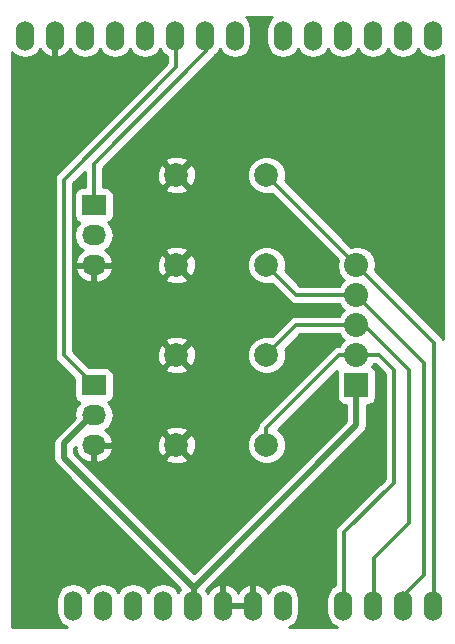
<source format=gtl>
%TF.GenerationSoftware,KiCad,Pcbnew,4.0.5-e0-6337~49~ubuntu16.04.1*%
%TF.CreationDate,2017-05-08T14:00:32-07:00*%
%TF.ProjectId,Arduino-Shield,41726475696E6F2D536869656C642E6B,1.0*%
%TF.FileFunction,Copper,L1,Top,Signal*%
%FSLAX46Y46*%
G04 Gerber Fmt 4.6, Leading zero omitted, Abs format (unit mm)*
G04 Created by KiCad (PCBNEW 4.0.5-e0-6337~49~ubuntu16.04.1) date Mon May  8 14:00:32 2017*
%MOMM*%
%LPD*%
G01*
G04 APERTURE LIST*
%ADD10C,0.350000*%
%ADD11C,1.998980*%
%ADD12R,2.032000X1.727200*%
%ADD13O,2.032000X1.727200*%
%ADD14R,2.032000X2.032000*%
%ADD15O,2.032000X2.032000*%
%ADD16O,1.524000X2.540000*%
%ADD17C,0.508000*%
%ADD18C,0.330200*%
%ADD19C,0.254000*%
%ADD20C,0.350000*%
G04 APERTURE END LIST*
D10*
D11*
X44831000Y-69723000D03*
X37211000Y-69723000D03*
X44831000Y-77343000D03*
X37211000Y-77343000D03*
X44831000Y-62103000D03*
X37211000Y-62103000D03*
X44831000Y-84963000D03*
X37211000Y-84963000D03*
D12*
X30226000Y-79883000D03*
D13*
X30226000Y-82423000D03*
X30226000Y-84963000D03*
D12*
X30226000Y-64643000D03*
D13*
X30226000Y-67183000D03*
X30226000Y-69723000D03*
D14*
X52451000Y-79883000D03*
D15*
X52451000Y-77343000D03*
X52451000Y-74803000D03*
X52451000Y-72263000D03*
X52451000Y-69723000D03*
D16*
X58928000Y-98552000D03*
X51308000Y-98552000D03*
X53848000Y-98552000D03*
X56388000Y-98552000D03*
X46228000Y-98552000D03*
X43688000Y-98552000D03*
X41148000Y-98552000D03*
X36068000Y-98552000D03*
X33528000Y-98552000D03*
X58928000Y-50292000D03*
X56388000Y-50292000D03*
X53848000Y-50292000D03*
X51308000Y-50292000D03*
X48768000Y-50292000D03*
X46228000Y-50292000D03*
X42164000Y-50292000D03*
X39624000Y-50292000D03*
X37084000Y-50292000D03*
X34544000Y-50292000D03*
X32004000Y-50292000D03*
X29464000Y-50292000D03*
X26924000Y-50292000D03*
X24384000Y-50292000D03*
X38608000Y-98552000D03*
X30988000Y-98552000D03*
X28448000Y-98552000D03*
D17*
X52451000Y-79883000D02*
X52451000Y-83261200D01*
X52451000Y-83261200D02*
X38684200Y-97028000D01*
X27686000Y-86029800D02*
X27686000Y-84810600D01*
X27686000Y-84810600D02*
X30073600Y-82423000D01*
X30073600Y-82423000D02*
X30226000Y-82423000D01*
X38684200Y-98552000D02*
X38684200Y-97028000D01*
X38684200Y-97028000D02*
X27686000Y-86029800D01*
D18*
X52451000Y-77343000D02*
X54356000Y-77343000D01*
X54356000Y-77343000D02*
X55626000Y-78613000D01*
X55626000Y-78613000D02*
X55626000Y-88138000D01*
X55626000Y-88138000D02*
X51409600Y-92354400D01*
X51409600Y-92354400D02*
X51409600Y-98552000D01*
X52451000Y-77343000D02*
X51014160Y-77343000D01*
X51014160Y-77343000D02*
X44831000Y-83526160D01*
X44831000Y-83526160D02*
X44831000Y-84963000D01*
X53949600Y-94488000D02*
X53949600Y-97205800D01*
X52451000Y-74803000D02*
X53086000Y-74803000D01*
X53086000Y-74803000D02*
X56896000Y-78613000D01*
X56896000Y-78613000D02*
X56896000Y-91541600D01*
X56896000Y-91541600D02*
X53949600Y-94488000D01*
X53949600Y-97205800D02*
X53949600Y-98552000D01*
X52451000Y-74803000D02*
X47371000Y-74803000D01*
X47371000Y-74803000D02*
X44831000Y-77343000D01*
X56489600Y-97663000D02*
X56489600Y-98552000D01*
X52451000Y-72263000D02*
X58166000Y-77978000D01*
X58166000Y-77978000D02*
X58166000Y-95986600D01*
X58166000Y-95986600D02*
X56489600Y-97663000D01*
X52451000Y-72263000D02*
X47371000Y-72263000D01*
X47371000Y-72263000D02*
X44831000Y-69723000D01*
X52451000Y-69723000D02*
X59029600Y-76301600D01*
X59029600Y-76301600D02*
X59029600Y-98552000D01*
X44831000Y-62103000D02*
X52451000Y-69723000D01*
X39725600Y-50292000D02*
X39725600Y-51638200D01*
X30226000Y-61137800D02*
X30226000Y-64643000D01*
X39725600Y-51638200D02*
X30226000Y-61137800D01*
X27686000Y-66040000D02*
X27686000Y-77343000D01*
X37185600Y-50292000D02*
X37185600Y-52984400D01*
X37185600Y-52984400D02*
X27686000Y-62484000D01*
X27686000Y-62484000D02*
X27686000Y-66040000D01*
X27686000Y-77343000D02*
X30226000Y-79883000D01*
D19*
G36*
X54825900Y-78944412D02*
X54825900Y-87806588D01*
X50843844Y-91788644D01*
X50670404Y-92048215D01*
X50609500Y-92354400D01*
X50609500Y-96825528D01*
X50320172Y-97018851D01*
X50017340Y-97472070D01*
X49911000Y-98006679D01*
X49911000Y-99097321D01*
X50017340Y-99631930D01*
X50320172Y-100085149D01*
X50764440Y-100382000D01*
X46771560Y-100382000D01*
X47215828Y-100085149D01*
X47518660Y-99631930D01*
X47625000Y-99097321D01*
X47625000Y-98006679D01*
X47518660Y-97472070D01*
X47215828Y-97018851D01*
X46762609Y-96716019D01*
X46228000Y-96609679D01*
X45693391Y-96716019D01*
X45240172Y-97018851D01*
X44948670Y-97455113D01*
X44930059Y-97392059D01*
X44586026Y-96966370D01*
X44105277Y-96704740D01*
X44031070Y-96689780D01*
X43815000Y-96812280D01*
X43815000Y-98425000D01*
X43835000Y-98425000D01*
X43835000Y-98679000D01*
X43815000Y-98679000D01*
X43815000Y-98699000D01*
X43561000Y-98699000D01*
X43561000Y-98679000D01*
X41275000Y-98679000D01*
X41275000Y-98699000D01*
X41021000Y-98699000D01*
X41021000Y-98679000D01*
X41001000Y-98679000D01*
X41001000Y-98425000D01*
X41021000Y-98425000D01*
X41021000Y-96812280D01*
X41275000Y-96812280D01*
X41275000Y-98425000D01*
X43561000Y-98425000D01*
X43561000Y-96812280D01*
X43344930Y-96689780D01*
X43270723Y-96704740D01*
X42789974Y-96966370D01*
X42445941Y-97392059D01*
X42418000Y-97486723D01*
X42390059Y-97392059D01*
X42046026Y-96966370D01*
X41565277Y-96704740D01*
X41491070Y-96689780D01*
X41275000Y-96812280D01*
X41021000Y-96812280D01*
X40804930Y-96689780D01*
X40730723Y-96704740D01*
X40249974Y-96966370D01*
X39905941Y-97392059D01*
X39887330Y-97455113D01*
X39737924Y-97231512D01*
X53079618Y-83889818D01*
X53272329Y-83601406D01*
X53340000Y-83261200D01*
X53340000Y-81546440D01*
X53467000Y-81546440D01*
X53702317Y-81502162D01*
X53918441Y-81363090D01*
X54063431Y-81150890D01*
X54114440Y-80899000D01*
X54114440Y-78867000D01*
X54070162Y-78631683D01*
X53931090Y-78415559D01*
X53782163Y-78313802D01*
X53896222Y-78143100D01*
X54024588Y-78143100D01*
X54825900Y-78944412D01*
X54825900Y-78944412D01*
G37*
X54825900Y-78944412D02*
X54825900Y-87806588D01*
X50843844Y-91788644D01*
X50670404Y-92048215D01*
X50609500Y-92354400D01*
X50609500Y-96825528D01*
X50320172Y-97018851D01*
X50017340Y-97472070D01*
X49911000Y-98006679D01*
X49911000Y-99097321D01*
X50017340Y-99631930D01*
X50320172Y-100085149D01*
X50764440Y-100382000D01*
X46771560Y-100382000D01*
X47215828Y-100085149D01*
X47518660Y-99631930D01*
X47625000Y-99097321D01*
X47625000Y-98006679D01*
X47518660Y-97472070D01*
X47215828Y-97018851D01*
X46762609Y-96716019D01*
X46228000Y-96609679D01*
X45693391Y-96716019D01*
X45240172Y-97018851D01*
X44948670Y-97455113D01*
X44930059Y-97392059D01*
X44586026Y-96966370D01*
X44105277Y-96704740D01*
X44031070Y-96689780D01*
X43815000Y-96812280D01*
X43815000Y-98425000D01*
X43835000Y-98425000D01*
X43835000Y-98679000D01*
X43815000Y-98679000D01*
X43815000Y-98699000D01*
X43561000Y-98699000D01*
X43561000Y-98679000D01*
X41275000Y-98679000D01*
X41275000Y-98699000D01*
X41021000Y-98699000D01*
X41021000Y-98679000D01*
X41001000Y-98679000D01*
X41001000Y-98425000D01*
X41021000Y-98425000D01*
X41021000Y-96812280D01*
X41275000Y-96812280D01*
X41275000Y-98425000D01*
X43561000Y-98425000D01*
X43561000Y-96812280D01*
X43344930Y-96689780D01*
X43270723Y-96704740D01*
X42789974Y-96966370D01*
X42445941Y-97392059D01*
X42418000Y-97486723D01*
X42390059Y-97392059D01*
X42046026Y-96966370D01*
X41565277Y-96704740D01*
X41491070Y-96689780D01*
X41275000Y-96812280D01*
X41021000Y-96812280D01*
X40804930Y-96689780D01*
X40730723Y-96704740D01*
X40249974Y-96966370D01*
X39905941Y-97392059D01*
X39887330Y-97455113D01*
X39737924Y-97231512D01*
X53079618Y-83889818D01*
X53272329Y-83601406D01*
X53340000Y-83261200D01*
X53340000Y-81546440D01*
X53467000Y-81546440D01*
X53702317Y-81502162D01*
X53918441Y-81363090D01*
X54063431Y-81150890D01*
X54114440Y-80899000D01*
X54114440Y-78867000D01*
X54070162Y-78631683D01*
X53931090Y-78415559D01*
X53782163Y-78313802D01*
X53896222Y-78143100D01*
X54024588Y-78143100D01*
X54825900Y-78944412D01*
G36*
X27051000Y-50165000D02*
X27071000Y-50165000D01*
X27071000Y-50419000D01*
X27051000Y-50419000D01*
X27051000Y-52031720D01*
X27267070Y-52154220D01*
X27341277Y-52139260D01*
X27822026Y-51877630D01*
X28166059Y-51451941D01*
X28184670Y-51388887D01*
X28476172Y-51825149D01*
X28929391Y-52127981D01*
X29464000Y-52234321D01*
X29998609Y-52127981D01*
X30451828Y-51825149D01*
X30734000Y-51402850D01*
X31016172Y-51825149D01*
X31469391Y-52127981D01*
X32004000Y-52234321D01*
X32538609Y-52127981D01*
X32991828Y-51825149D01*
X33274000Y-51402850D01*
X33556172Y-51825149D01*
X34009391Y-52127981D01*
X34544000Y-52234321D01*
X35078609Y-52127981D01*
X35531828Y-51825149D01*
X35814000Y-51402850D01*
X36096172Y-51825149D01*
X36385500Y-52018472D01*
X36385500Y-52652988D01*
X27120244Y-61918244D01*
X26946804Y-62177815D01*
X26885900Y-62484000D01*
X26885900Y-77343000D01*
X26946804Y-77649185D01*
X27120244Y-77908756D01*
X28562560Y-79351072D01*
X28562560Y-80746600D01*
X28606838Y-80981917D01*
X28745910Y-81198041D01*
X28958110Y-81343031D01*
X28999439Y-81351400D01*
X28981585Y-81363330D01*
X28656729Y-81849511D01*
X28542655Y-82423000D01*
X28588066Y-82651298D01*
X27057382Y-84181982D01*
X26864671Y-84470394D01*
X26797000Y-84810600D01*
X26797000Y-86029800D01*
X26864671Y-86370006D01*
X27016861Y-86597774D01*
X27057382Y-86658418D01*
X37539119Y-97140155D01*
X37338000Y-97441150D01*
X37055828Y-97018851D01*
X36602609Y-96716019D01*
X36068000Y-96609679D01*
X35533391Y-96716019D01*
X35080172Y-97018851D01*
X34798000Y-97441150D01*
X34515828Y-97018851D01*
X34062609Y-96716019D01*
X33528000Y-96609679D01*
X32993391Y-96716019D01*
X32540172Y-97018851D01*
X32258000Y-97441150D01*
X31975828Y-97018851D01*
X31522609Y-96716019D01*
X30988000Y-96609679D01*
X30453391Y-96716019D01*
X30000172Y-97018851D01*
X29718000Y-97441150D01*
X29435828Y-97018851D01*
X28982609Y-96716019D01*
X28448000Y-96609679D01*
X27913391Y-96716019D01*
X27460172Y-97018851D01*
X27157340Y-97472070D01*
X27051000Y-98006679D01*
X27051000Y-99097321D01*
X27157340Y-99631930D01*
X27460172Y-100085149D01*
X27904440Y-100382000D01*
X23316000Y-100382000D01*
X23316000Y-51705163D01*
X23396172Y-51825149D01*
X23849391Y-52127981D01*
X24384000Y-52234321D01*
X24918609Y-52127981D01*
X25371828Y-51825149D01*
X25663330Y-51388887D01*
X25681941Y-51451941D01*
X26025974Y-51877630D01*
X26506723Y-52139260D01*
X26580930Y-52154220D01*
X26797000Y-52031720D01*
X26797000Y-50419000D01*
X26777000Y-50419000D01*
X26777000Y-50165000D01*
X26797000Y-50165000D01*
X26797000Y-50145000D01*
X27051000Y-50145000D01*
X27051000Y-50165000D01*
X27051000Y-50165000D01*
G37*
X27051000Y-50165000D02*
X27071000Y-50165000D01*
X27071000Y-50419000D01*
X27051000Y-50419000D01*
X27051000Y-52031720D01*
X27267070Y-52154220D01*
X27341277Y-52139260D01*
X27822026Y-51877630D01*
X28166059Y-51451941D01*
X28184670Y-51388887D01*
X28476172Y-51825149D01*
X28929391Y-52127981D01*
X29464000Y-52234321D01*
X29998609Y-52127981D01*
X30451828Y-51825149D01*
X30734000Y-51402850D01*
X31016172Y-51825149D01*
X31469391Y-52127981D01*
X32004000Y-52234321D01*
X32538609Y-52127981D01*
X32991828Y-51825149D01*
X33274000Y-51402850D01*
X33556172Y-51825149D01*
X34009391Y-52127981D01*
X34544000Y-52234321D01*
X35078609Y-52127981D01*
X35531828Y-51825149D01*
X35814000Y-51402850D01*
X36096172Y-51825149D01*
X36385500Y-52018472D01*
X36385500Y-52652988D01*
X27120244Y-61918244D01*
X26946804Y-62177815D01*
X26885900Y-62484000D01*
X26885900Y-77343000D01*
X26946804Y-77649185D01*
X27120244Y-77908756D01*
X28562560Y-79351072D01*
X28562560Y-80746600D01*
X28606838Y-80981917D01*
X28745910Y-81198041D01*
X28958110Y-81343031D01*
X28999439Y-81351400D01*
X28981585Y-81363330D01*
X28656729Y-81849511D01*
X28542655Y-82423000D01*
X28588066Y-82651298D01*
X27057382Y-84181982D01*
X26864671Y-84470394D01*
X26797000Y-84810600D01*
X26797000Y-86029800D01*
X26864671Y-86370006D01*
X27016861Y-86597774D01*
X27057382Y-86658418D01*
X37539119Y-97140155D01*
X37338000Y-97441150D01*
X37055828Y-97018851D01*
X36602609Y-96716019D01*
X36068000Y-96609679D01*
X35533391Y-96716019D01*
X35080172Y-97018851D01*
X34798000Y-97441150D01*
X34515828Y-97018851D01*
X34062609Y-96716019D01*
X33528000Y-96609679D01*
X32993391Y-96716019D01*
X32540172Y-97018851D01*
X32258000Y-97441150D01*
X31975828Y-97018851D01*
X31522609Y-96716019D01*
X30988000Y-96609679D01*
X30453391Y-96716019D01*
X30000172Y-97018851D01*
X29718000Y-97441150D01*
X29435828Y-97018851D01*
X28982609Y-96716019D01*
X28448000Y-96609679D01*
X27913391Y-96716019D01*
X27460172Y-97018851D01*
X27157340Y-97472070D01*
X27051000Y-98006679D01*
X27051000Y-99097321D01*
X27157340Y-99631930D01*
X27460172Y-100085149D01*
X27904440Y-100382000D01*
X23316000Y-100382000D01*
X23316000Y-51705163D01*
X23396172Y-51825149D01*
X23849391Y-52127981D01*
X24384000Y-52234321D01*
X24918609Y-52127981D01*
X25371828Y-51825149D01*
X25663330Y-51388887D01*
X25681941Y-51451941D01*
X26025974Y-51877630D01*
X26506723Y-52139260D01*
X26580930Y-52154220D01*
X26797000Y-52031720D01*
X26797000Y-50419000D01*
X26777000Y-50419000D01*
X26777000Y-50165000D01*
X26797000Y-50165000D01*
X26797000Y-50145000D01*
X27051000Y-50145000D01*
X27051000Y-50165000D01*
G36*
X45240172Y-48758851D02*
X44937340Y-49212070D01*
X44831000Y-49746679D01*
X44831000Y-50837321D01*
X44937340Y-51371930D01*
X45240172Y-51825149D01*
X45693391Y-52127981D01*
X46228000Y-52234321D01*
X46762609Y-52127981D01*
X47215828Y-51825149D01*
X47498000Y-51402850D01*
X47780172Y-51825149D01*
X48233391Y-52127981D01*
X48768000Y-52234321D01*
X49302609Y-52127981D01*
X49755828Y-51825149D01*
X50038000Y-51402850D01*
X50320172Y-51825149D01*
X50773391Y-52127981D01*
X51308000Y-52234321D01*
X51842609Y-52127981D01*
X52295828Y-51825149D01*
X52578000Y-51402850D01*
X52860172Y-51825149D01*
X53313391Y-52127981D01*
X53848000Y-52234321D01*
X54382609Y-52127981D01*
X54835828Y-51825149D01*
X55118000Y-51402850D01*
X55400172Y-51825149D01*
X55853391Y-52127981D01*
X56388000Y-52234321D01*
X56922609Y-52127981D01*
X57375828Y-51825149D01*
X57658000Y-51402850D01*
X57940172Y-51825149D01*
X58393391Y-52127981D01*
X58928000Y-52234321D01*
X59462609Y-52127981D01*
X59742000Y-51941297D01*
X59742000Y-75955312D01*
X59595356Y-75735844D01*
X54042790Y-70183278D01*
X54134345Y-69723000D01*
X54008670Y-69091190D01*
X53650778Y-68555567D01*
X53115155Y-68197675D01*
X52483345Y-68072000D01*
X52418655Y-68072000D01*
X52012334Y-68152822D01*
X46413524Y-62554012D01*
X46465206Y-62429547D01*
X46465774Y-61779306D01*
X46217462Y-61178345D01*
X45758073Y-60718154D01*
X45157547Y-60468794D01*
X44507306Y-60468226D01*
X43906345Y-60716538D01*
X43446154Y-61175927D01*
X43196794Y-61776453D01*
X43196226Y-62426694D01*
X43444538Y-63027655D01*
X43903927Y-63487846D01*
X44504453Y-63737206D01*
X45154694Y-63737774D01*
X45281760Y-63685272D01*
X50859210Y-69262722D01*
X50767655Y-69723000D01*
X50893330Y-70354810D01*
X51251222Y-70890433D01*
X51404724Y-70993000D01*
X51251222Y-71095567D01*
X51005778Y-71462900D01*
X47702412Y-71462900D01*
X46413524Y-70174012D01*
X46465206Y-70049547D01*
X46465774Y-69399306D01*
X46217462Y-68798345D01*
X45758073Y-68338154D01*
X45157547Y-68088794D01*
X44507306Y-68088226D01*
X43906345Y-68336538D01*
X43446154Y-68795927D01*
X43196794Y-69396453D01*
X43196226Y-70046694D01*
X43444538Y-70647655D01*
X43903927Y-71107846D01*
X44504453Y-71357206D01*
X45154694Y-71357774D01*
X45281760Y-71305272D01*
X46805244Y-72828756D01*
X47064815Y-73002196D01*
X47371000Y-73063100D01*
X51005778Y-73063100D01*
X51251222Y-73430433D01*
X51404724Y-73533000D01*
X51251222Y-73635567D01*
X51005778Y-74002900D01*
X47371000Y-74002900D01*
X47064815Y-74063804D01*
X46805244Y-74237244D01*
X45282012Y-75760476D01*
X45157547Y-75708794D01*
X44507306Y-75708226D01*
X43906345Y-75956538D01*
X43446154Y-76415927D01*
X43196794Y-77016453D01*
X43196226Y-77666694D01*
X43444538Y-78267655D01*
X43903927Y-78727846D01*
X44504453Y-78977206D01*
X45154694Y-78977774D01*
X45755655Y-78729462D01*
X46215846Y-78270073D01*
X46465206Y-77669547D01*
X46465774Y-77019306D01*
X46413272Y-76892240D01*
X47702412Y-75603100D01*
X51005778Y-75603100D01*
X51251222Y-75970433D01*
X51404724Y-76073000D01*
X51251222Y-76175567D01*
X51004493Y-76544823D01*
X50707975Y-76603804D01*
X50448404Y-76777244D01*
X44265244Y-82960404D01*
X44091804Y-83219975D01*
X44031136Y-83524976D01*
X43906345Y-83576538D01*
X43446154Y-84035927D01*
X43196794Y-84636453D01*
X43196226Y-85286694D01*
X43444538Y-85887655D01*
X43903927Y-86347846D01*
X44504453Y-86597206D01*
X45154694Y-86597774D01*
X45755655Y-86349462D01*
X46215846Y-85890073D01*
X46465206Y-85289547D01*
X46465774Y-84639306D01*
X46217462Y-84038345D01*
X45834229Y-83654443D01*
X50829683Y-78658989D01*
X50787560Y-78867000D01*
X50787560Y-80899000D01*
X50831838Y-81134317D01*
X50970910Y-81350441D01*
X51183110Y-81495431D01*
X51435000Y-81546440D01*
X51562000Y-81546440D01*
X51562000Y-82892964D01*
X38684200Y-95770764D01*
X28575000Y-85661564D01*
X28575000Y-85178836D01*
X28663834Y-85090002D01*
X28739782Y-85090002D01*
X28618642Y-85322026D01*
X28621291Y-85337791D01*
X28875268Y-85865036D01*
X29311680Y-86254954D01*
X29864087Y-86448184D01*
X30099000Y-86303924D01*
X30099000Y-85090000D01*
X30353000Y-85090000D01*
X30353000Y-86303924D01*
X30587913Y-86448184D01*
X31140320Y-86254954D01*
X31296779Y-86115163D01*
X36238443Y-86115163D01*
X36337042Y-86381965D01*
X36946582Y-86608401D01*
X37596377Y-86584341D01*
X38084958Y-86381965D01*
X38183557Y-86115163D01*
X37211000Y-85142605D01*
X36238443Y-86115163D01*
X31296779Y-86115163D01*
X31576732Y-85865036D01*
X31830709Y-85337791D01*
X31833358Y-85322026D01*
X31712217Y-85090000D01*
X30353000Y-85090000D01*
X30099000Y-85090000D01*
X30079000Y-85090000D01*
X30079000Y-84836000D01*
X30099000Y-84836000D01*
X30099000Y-84816000D01*
X30353000Y-84816000D01*
X30353000Y-84836000D01*
X31712217Y-84836000D01*
X31783963Y-84698582D01*
X35565599Y-84698582D01*
X35589659Y-85348377D01*
X35792035Y-85836958D01*
X36058837Y-85935557D01*
X37031395Y-84963000D01*
X37390605Y-84963000D01*
X38363163Y-85935557D01*
X38629965Y-85836958D01*
X38856401Y-85227418D01*
X38832341Y-84577623D01*
X38629965Y-84089042D01*
X38363163Y-83990443D01*
X37390605Y-84963000D01*
X37031395Y-84963000D01*
X36058837Y-83990443D01*
X35792035Y-84089042D01*
X35565599Y-84698582D01*
X31783963Y-84698582D01*
X31833358Y-84603974D01*
X31830709Y-84588209D01*
X31576732Y-84060964D01*
X31296780Y-83810837D01*
X36238443Y-83810837D01*
X37211000Y-84783395D01*
X38183557Y-83810837D01*
X38084958Y-83544035D01*
X37475418Y-83317599D01*
X36825623Y-83341659D01*
X36337042Y-83544035D01*
X36238443Y-83810837D01*
X31296780Y-83810837D01*
X31160931Y-83689461D01*
X31470415Y-83482670D01*
X31795271Y-82996489D01*
X31909345Y-82423000D01*
X31795271Y-81849511D01*
X31470415Y-81363330D01*
X31456087Y-81353757D01*
X31477317Y-81349762D01*
X31693441Y-81210690D01*
X31838431Y-80998490D01*
X31889440Y-80746600D01*
X31889440Y-79019400D01*
X31845162Y-78784083D01*
X31706090Y-78567959D01*
X31599550Y-78495163D01*
X36238443Y-78495163D01*
X36337042Y-78761965D01*
X36946582Y-78988401D01*
X37596377Y-78964341D01*
X38084958Y-78761965D01*
X38183557Y-78495163D01*
X37211000Y-77522605D01*
X36238443Y-78495163D01*
X31599550Y-78495163D01*
X31493890Y-78422969D01*
X31242000Y-78371960D01*
X29846472Y-78371960D01*
X28553094Y-77078582D01*
X35565599Y-77078582D01*
X35589659Y-77728377D01*
X35792035Y-78216958D01*
X36058837Y-78315557D01*
X37031395Y-77343000D01*
X37390605Y-77343000D01*
X38363163Y-78315557D01*
X38629965Y-78216958D01*
X38856401Y-77607418D01*
X38832341Y-76957623D01*
X38629965Y-76469042D01*
X38363163Y-76370443D01*
X37390605Y-77343000D01*
X37031395Y-77343000D01*
X36058837Y-76370443D01*
X35792035Y-76469042D01*
X35565599Y-77078582D01*
X28553094Y-77078582D01*
X28486100Y-77011588D01*
X28486100Y-76190837D01*
X36238443Y-76190837D01*
X37211000Y-77163395D01*
X38183557Y-76190837D01*
X38084958Y-75924035D01*
X37475418Y-75697599D01*
X36825623Y-75721659D01*
X36337042Y-75924035D01*
X36238443Y-76190837D01*
X28486100Y-76190837D01*
X28486100Y-70082026D01*
X28618642Y-70082026D01*
X28621291Y-70097791D01*
X28875268Y-70625036D01*
X29311680Y-71014954D01*
X29864087Y-71208184D01*
X30099000Y-71063924D01*
X30099000Y-69850000D01*
X30353000Y-69850000D01*
X30353000Y-71063924D01*
X30587913Y-71208184D01*
X31140320Y-71014954D01*
X31296779Y-70875163D01*
X36238443Y-70875163D01*
X36337042Y-71141965D01*
X36946582Y-71368401D01*
X37596377Y-71344341D01*
X38084958Y-71141965D01*
X38183557Y-70875163D01*
X37211000Y-69902605D01*
X36238443Y-70875163D01*
X31296779Y-70875163D01*
X31576732Y-70625036D01*
X31830709Y-70097791D01*
X31833358Y-70082026D01*
X31712217Y-69850000D01*
X30353000Y-69850000D01*
X30099000Y-69850000D01*
X28739783Y-69850000D01*
X28618642Y-70082026D01*
X28486100Y-70082026D01*
X28486100Y-62815412D01*
X29425900Y-61875612D01*
X29425900Y-63131960D01*
X29210000Y-63131960D01*
X28974683Y-63176238D01*
X28758559Y-63315310D01*
X28613569Y-63527510D01*
X28562560Y-63779400D01*
X28562560Y-65506600D01*
X28606838Y-65741917D01*
X28745910Y-65958041D01*
X28958110Y-66103031D01*
X28999439Y-66111400D01*
X28981585Y-66123330D01*
X28656729Y-66609511D01*
X28542655Y-67183000D01*
X28656729Y-67756489D01*
X28981585Y-68242670D01*
X29291069Y-68449461D01*
X28875268Y-68820964D01*
X28621291Y-69348209D01*
X28618642Y-69363974D01*
X28739783Y-69596000D01*
X30099000Y-69596000D01*
X30099000Y-69576000D01*
X30353000Y-69576000D01*
X30353000Y-69596000D01*
X31712217Y-69596000D01*
X31783963Y-69458582D01*
X35565599Y-69458582D01*
X35589659Y-70108377D01*
X35792035Y-70596958D01*
X36058837Y-70695557D01*
X37031395Y-69723000D01*
X37390605Y-69723000D01*
X38363163Y-70695557D01*
X38629965Y-70596958D01*
X38856401Y-69987418D01*
X38832341Y-69337623D01*
X38629965Y-68849042D01*
X38363163Y-68750443D01*
X37390605Y-69723000D01*
X37031395Y-69723000D01*
X36058837Y-68750443D01*
X35792035Y-68849042D01*
X35565599Y-69458582D01*
X31783963Y-69458582D01*
X31833358Y-69363974D01*
X31830709Y-69348209D01*
X31576732Y-68820964D01*
X31296780Y-68570837D01*
X36238443Y-68570837D01*
X37211000Y-69543395D01*
X38183557Y-68570837D01*
X38084958Y-68304035D01*
X37475418Y-68077599D01*
X36825623Y-68101659D01*
X36337042Y-68304035D01*
X36238443Y-68570837D01*
X31296780Y-68570837D01*
X31160931Y-68449461D01*
X31470415Y-68242670D01*
X31795271Y-67756489D01*
X31909345Y-67183000D01*
X31795271Y-66609511D01*
X31470415Y-66123330D01*
X31456087Y-66113757D01*
X31477317Y-66109762D01*
X31693441Y-65970690D01*
X31838431Y-65758490D01*
X31889440Y-65506600D01*
X31889440Y-63779400D01*
X31845162Y-63544083D01*
X31706090Y-63327959D01*
X31599550Y-63255163D01*
X36238443Y-63255163D01*
X36337042Y-63521965D01*
X36946582Y-63748401D01*
X37596377Y-63724341D01*
X38084958Y-63521965D01*
X38183557Y-63255163D01*
X37211000Y-62282605D01*
X36238443Y-63255163D01*
X31599550Y-63255163D01*
X31493890Y-63182969D01*
X31242000Y-63131960D01*
X31026100Y-63131960D01*
X31026100Y-61838582D01*
X35565599Y-61838582D01*
X35589659Y-62488377D01*
X35792035Y-62976958D01*
X36058837Y-63075557D01*
X37031395Y-62103000D01*
X37390605Y-62103000D01*
X38363163Y-63075557D01*
X38629965Y-62976958D01*
X38856401Y-62367418D01*
X38832341Y-61717623D01*
X38629965Y-61229042D01*
X38363163Y-61130443D01*
X37390605Y-62103000D01*
X37031395Y-62103000D01*
X36058837Y-61130443D01*
X35792035Y-61229042D01*
X35565599Y-61838582D01*
X31026100Y-61838582D01*
X31026100Y-61469212D01*
X31544475Y-60950837D01*
X36238443Y-60950837D01*
X37211000Y-61923395D01*
X38183557Y-60950837D01*
X38084958Y-60684035D01*
X37475418Y-60457599D01*
X36825623Y-60481659D01*
X36337042Y-60684035D01*
X36238443Y-60950837D01*
X31544475Y-60950837D01*
X40291356Y-52203956D01*
X40464796Y-51944385D01*
X40469612Y-51920175D01*
X40611828Y-51825149D01*
X40894000Y-51402850D01*
X41176172Y-51825149D01*
X41629391Y-52127981D01*
X42164000Y-52234321D01*
X42698609Y-52127981D01*
X43151828Y-51825149D01*
X43454660Y-51371930D01*
X43561000Y-50837321D01*
X43561000Y-49746679D01*
X43454660Y-49212070D01*
X43151828Y-48758851D01*
X43087697Y-48716000D01*
X45304303Y-48716000D01*
X45240172Y-48758851D01*
X45240172Y-48758851D01*
G37*
X45240172Y-48758851D02*
X44937340Y-49212070D01*
X44831000Y-49746679D01*
X44831000Y-50837321D01*
X44937340Y-51371930D01*
X45240172Y-51825149D01*
X45693391Y-52127981D01*
X46228000Y-52234321D01*
X46762609Y-52127981D01*
X47215828Y-51825149D01*
X47498000Y-51402850D01*
X47780172Y-51825149D01*
X48233391Y-52127981D01*
X48768000Y-52234321D01*
X49302609Y-52127981D01*
X49755828Y-51825149D01*
X50038000Y-51402850D01*
X50320172Y-51825149D01*
X50773391Y-52127981D01*
X51308000Y-52234321D01*
X51842609Y-52127981D01*
X52295828Y-51825149D01*
X52578000Y-51402850D01*
X52860172Y-51825149D01*
X53313391Y-52127981D01*
X53848000Y-52234321D01*
X54382609Y-52127981D01*
X54835828Y-51825149D01*
X55118000Y-51402850D01*
X55400172Y-51825149D01*
X55853391Y-52127981D01*
X56388000Y-52234321D01*
X56922609Y-52127981D01*
X57375828Y-51825149D01*
X57658000Y-51402850D01*
X57940172Y-51825149D01*
X58393391Y-52127981D01*
X58928000Y-52234321D01*
X59462609Y-52127981D01*
X59742000Y-51941297D01*
X59742000Y-75955312D01*
X59595356Y-75735844D01*
X54042790Y-70183278D01*
X54134345Y-69723000D01*
X54008670Y-69091190D01*
X53650778Y-68555567D01*
X53115155Y-68197675D01*
X52483345Y-68072000D01*
X52418655Y-68072000D01*
X52012334Y-68152822D01*
X46413524Y-62554012D01*
X46465206Y-62429547D01*
X46465774Y-61779306D01*
X46217462Y-61178345D01*
X45758073Y-60718154D01*
X45157547Y-60468794D01*
X44507306Y-60468226D01*
X43906345Y-60716538D01*
X43446154Y-61175927D01*
X43196794Y-61776453D01*
X43196226Y-62426694D01*
X43444538Y-63027655D01*
X43903927Y-63487846D01*
X44504453Y-63737206D01*
X45154694Y-63737774D01*
X45281760Y-63685272D01*
X50859210Y-69262722D01*
X50767655Y-69723000D01*
X50893330Y-70354810D01*
X51251222Y-70890433D01*
X51404724Y-70993000D01*
X51251222Y-71095567D01*
X51005778Y-71462900D01*
X47702412Y-71462900D01*
X46413524Y-70174012D01*
X46465206Y-70049547D01*
X46465774Y-69399306D01*
X46217462Y-68798345D01*
X45758073Y-68338154D01*
X45157547Y-68088794D01*
X44507306Y-68088226D01*
X43906345Y-68336538D01*
X43446154Y-68795927D01*
X43196794Y-69396453D01*
X43196226Y-70046694D01*
X43444538Y-70647655D01*
X43903927Y-71107846D01*
X44504453Y-71357206D01*
X45154694Y-71357774D01*
X45281760Y-71305272D01*
X46805244Y-72828756D01*
X47064815Y-73002196D01*
X47371000Y-73063100D01*
X51005778Y-73063100D01*
X51251222Y-73430433D01*
X51404724Y-73533000D01*
X51251222Y-73635567D01*
X51005778Y-74002900D01*
X47371000Y-74002900D01*
X47064815Y-74063804D01*
X46805244Y-74237244D01*
X45282012Y-75760476D01*
X45157547Y-75708794D01*
X44507306Y-75708226D01*
X43906345Y-75956538D01*
X43446154Y-76415927D01*
X43196794Y-77016453D01*
X43196226Y-77666694D01*
X43444538Y-78267655D01*
X43903927Y-78727846D01*
X44504453Y-78977206D01*
X45154694Y-78977774D01*
X45755655Y-78729462D01*
X46215846Y-78270073D01*
X46465206Y-77669547D01*
X46465774Y-77019306D01*
X46413272Y-76892240D01*
X47702412Y-75603100D01*
X51005778Y-75603100D01*
X51251222Y-75970433D01*
X51404724Y-76073000D01*
X51251222Y-76175567D01*
X51004493Y-76544823D01*
X50707975Y-76603804D01*
X50448404Y-76777244D01*
X44265244Y-82960404D01*
X44091804Y-83219975D01*
X44031136Y-83524976D01*
X43906345Y-83576538D01*
X43446154Y-84035927D01*
X43196794Y-84636453D01*
X43196226Y-85286694D01*
X43444538Y-85887655D01*
X43903927Y-86347846D01*
X44504453Y-86597206D01*
X45154694Y-86597774D01*
X45755655Y-86349462D01*
X46215846Y-85890073D01*
X46465206Y-85289547D01*
X46465774Y-84639306D01*
X46217462Y-84038345D01*
X45834229Y-83654443D01*
X50829683Y-78658989D01*
X50787560Y-78867000D01*
X50787560Y-80899000D01*
X50831838Y-81134317D01*
X50970910Y-81350441D01*
X51183110Y-81495431D01*
X51435000Y-81546440D01*
X51562000Y-81546440D01*
X51562000Y-82892964D01*
X38684200Y-95770764D01*
X28575000Y-85661564D01*
X28575000Y-85178836D01*
X28663834Y-85090002D01*
X28739782Y-85090002D01*
X28618642Y-85322026D01*
X28621291Y-85337791D01*
X28875268Y-85865036D01*
X29311680Y-86254954D01*
X29864087Y-86448184D01*
X30099000Y-86303924D01*
X30099000Y-85090000D01*
X30353000Y-85090000D01*
X30353000Y-86303924D01*
X30587913Y-86448184D01*
X31140320Y-86254954D01*
X31296779Y-86115163D01*
X36238443Y-86115163D01*
X36337042Y-86381965D01*
X36946582Y-86608401D01*
X37596377Y-86584341D01*
X38084958Y-86381965D01*
X38183557Y-86115163D01*
X37211000Y-85142605D01*
X36238443Y-86115163D01*
X31296779Y-86115163D01*
X31576732Y-85865036D01*
X31830709Y-85337791D01*
X31833358Y-85322026D01*
X31712217Y-85090000D01*
X30353000Y-85090000D01*
X30099000Y-85090000D01*
X30079000Y-85090000D01*
X30079000Y-84836000D01*
X30099000Y-84836000D01*
X30099000Y-84816000D01*
X30353000Y-84816000D01*
X30353000Y-84836000D01*
X31712217Y-84836000D01*
X31783963Y-84698582D01*
X35565599Y-84698582D01*
X35589659Y-85348377D01*
X35792035Y-85836958D01*
X36058837Y-85935557D01*
X37031395Y-84963000D01*
X37390605Y-84963000D01*
X38363163Y-85935557D01*
X38629965Y-85836958D01*
X38856401Y-85227418D01*
X38832341Y-84577623D01*
X38629965Y-84089042D01*
X38363163Y-83990443D01*
X37390605Y-84963000D01*
X37031395Y-84963000D01*
X36058837Y-83990443D01*
X35792035Y-84089042D01*
X35565599Y-84698582D01*
X31783963Y-84698582D01*
X31833358Y-84603974D01*
X31830709Y-84588209D01*
X31576732Y-84060964D01*
X31296780Y-83810837D01*
X36238443Y-83810837D01*
X37211000Y-84783395D01*
X38183557Y-83810837D01*
X38084958Y-83544035D01*
X37475418Y-83317599D01*
X36825623Y-83341659D01*
X36337042Y-83544035D01*
X36238443Y-83810837D01*
X31296780Y-83810837D01*
X31160931Y-83689461D01*
X31470415Y-83482670D01*
X31795271Y-82996489D01*
X31909345Y-82423000D01*
X31795271Y-81849511D01*
X31470415Y-81363330D01*
X31456087Y-81353757D01*
X31477317Y-81349762D01*
X31693441Y-81210690D01*
X31838431Y-80998490D01*
X31889440Y-80746600D01*
X31889440Y-79019400D01*
X31845162Y-78784083D01*
X31706090Y-78567959D01*
X31599550Y-78495163D01*
X36238443Y-78495163D01*
X36337042Y-78761965D01*
X36946582Y-78988401D01*
X37596377Y-78964341D01*
X38084958Y-78761965D01*
X38183557Y-78495163D01*
X37211000Y-77522605D01*
X36238443Y-78495163D01*
X31599550Y-78495163D01*
X31493890Y-78422969D01*
X31242000Y-78371960D01*
X29846472Y-78371960D01*
X28553094Y-77078582D01*
X35565599Y-77078582D01*
X35589659Y-77728377D01*
X35792035Y-78216958D01*
X36058837Y-78315557D01*
X37031395Y-77343000D01*
X37390605Y-77343000D01*
X38363163Y-78315557D01*
X38629965Y-78216958D01*
X38856401Y-77607418D01*
X38832341Y-76957623D01*
X38629965Y-76469042D01*
X38363163Y-76370443D01*
X37390605Y-77343000D01*
X37031395Y-77343000D01*
X36058837Y-76370443D01*
X35792035Y-76469042D01*
X35565599Y-77078582D01*
X28553094Y-77078582D01*
X28486100Y-77011588D01*
X28486100Y-76190837D01*
X36238443Y-76190837D01*
X37211000Y-77163395D01*
X38183557Y-76190837D01*
X38084958Y-75924035D01*
X37475418Y-75697599D01*
X36825623Y-75721659D01*
X36337042Y-75924035D01*
X36238443Y-76190837D01*
X28486100Y-76190837D01*
X28486100Y-70082026D01*
X28618642Y-70082026D01*
X28621291Y-70097791D01*
X28875268Y-70625036D01*
X29311680Y-71014954D01*
X29864087Y-71208184D01*
X30099000Y-71063924D01*
X30099000Y-69850000D01*
X30353000Y-69850000D01*
X30353000Y-71063924D01*
X30587913Y-71208184D01*
X31140320Y-71014954D01*
X31296779Y-70875163D01*
X36238443Y-70875163D01*
X36337042Y-71141965D01*
X36946582Y-71368401D01*
X37596377Y-71344341D01*
X38084958Y-71141965D01*
X38183557Y-70875163D01*
X37211000Y-69902605D01*
X36238443Y-70875163D01*
X31296779Y-70875163D01*
X31576732Y-70625036D01*
X31830709Y-70097791D01*
X31833358Y-70082026D01*
X31712217Y-69850000D01*
X30353000Y-69850000D01*
X30099000Y-69850000D01*
X28739783Y-69850000D01*
X28618642Y-70082026D01*
X28486100Y-70082026D01*
X28486100Y-62815412D01*
X29425900Y-61875612D01*
X29425900Y-63131960D01*
X29210000Y-63131960D01*
X28974683Y-63176238D01*
X28758559Y-63315310D01*
X28613569Y-63527510D01*
X28562560Y-63779400D01*
X28562560Y-65506600D01*
X28606838Y-65741917D01*
X28745910Y-65958041D01*
X28958110Y-66103031D01*
X28999439Y-66111400D01*
X28981585Y-66123330D01*
X28656729Y-66609511D01*
X28542655Y-67183000D01*
X28656729Y-67756489D01*
X28981585Y-68242670D01*
X29291069Y-68449461D01*
X28875268Y-68820964D01*
X28621291Y-69348209D01*
X28618642Y-69363974D01*
X28739783Y-69596000D01*
X30099000Y-69596000D01*
X30099000Y-69576000D01*
X30353000Y-69576000D01*
X30353000Y-69596000D01*
X31712217Y-69596000D01*
X31783963Y-69458582D01*
X35565599Y-69458582D01*
X35589659Y-70108377D01*
X35792035Y-70596958D01*
X36058837Y-70695557D01*
X37031395Y-69723000D01*
X37390605Y-69723000D01*
X38363163Y-70695557D01*
X38629965Y-70596958D01*
X38856401Y-69987418D01*
X38832341Y-69337623D01*
X38629965Y-68849042D01*
X38363163Y-68750443D01*
X37390605Y-69723000D01*
X37031395Y-69723000D01*
X36058837Y-68750443D01*
X35792035Y-68849042D01*
X35565599Y-69458582D01*
X31783963Y-69458582D01*
X31833358Y-69363974D01*
X31830709Y-69348209D01*
X31576732Y-68820964D01*
X31296780Y-68570837D01*
X36238443Y-68570837D01*
X37211000Y-69543395D01*
X38183557Y-68570837D01*
X38084958Y-68304035D01*
X37475418Y-68077599D01*
X36825623Y-68101659D01*
X36337042Y-68304035D01*
X36238443Y-68570837D01*
X31296780Y-68570837D01*
X31160931Y-68449461D01*
X31470415Y-68242670D01*
X31795271Y-67756489D01*
X31909345Y-67183000D01*
X31795271Y-66609511D01*
X31470415Y-66123330D01*
X31456087Y-66113757D01*
X31477317Y-66109762D01*
X31693441Y-65970690D01*
X31838431Y-65758490D01*
X31889440Y-65506600D01*
X31889440Y-63779400D01*
X31845162Y-63544083D01*
X31706090Y-63327959D01*
X31599550Y-63255163D01*
X36238443Y-63255163D01*
X36337042Y-63521965D01*
X36946582Y-63748401D01*
X37596377Y-63724341D01*
X38084958Y-63521965D01*
X38183557Y-63255163D01*
X37211000Y-62282605D01*
X36238443Y-63255163D01*
X31599550Y-63255163D01*
X31493890Y-63182969D01*
X31242000Y-63131960D01*
X31026100Y-63131960D01*
X31026100Y-61838582D01*
X35565599Y-61838582D01*
X35589659Y-62488377D01*
X35792035Y-62976958D01*
X36058837Y-63075557D01*
X37031395Y-62103000D01*
X37390605Y-62103000D01*
X38363163Y-63075557D01*
X38629965Y-62976958D01*
X38856401Y-62367418D01*
X38832341Y-61717623D01*
X38629965Y-61229042D01*
X38363163Y-61130443D01*
X37390605Y-62103000D01*
X37031395Y-62103000D01*
X36058837Y-61130443D01*
X35792035Y-61229042D01*
X35565599Y-61838582D01*
X31026100Y-61838582D01*
X31026100Y-61469212D01*
X31544475Y-60950837D01*
X36238443Y-60950837D01*
X37211000Y-61923395D01*
X38183557Y-60950837D01*
X38084958Y-60684035D01*
X37475418Y-60457599D01*
X36825623Y-60481659D01*
X36337042Y-60684035D01*
X36238443Y-60950837D01*
X31544475Y-60950837D01*
X40291356Y-52203956D01*
X40464796Y-51944385D01*
X40469612Y-51920175D01*
X40611828Y-51825149D01*
X40894000Y-51402850D01*
X41176172Y-51825149D01*
X41629391Y-52127981D01*
X42164000Y-52234321D01*
X42698609Y-52127981D01*
X43151828Y-51825149D01*
X43454660Y-51371930D01*
X43561000Y-50837321D01*
X43561000Y-49746679D01*
X43454660Y-49212070D01*
X43151828Y-48758851D01*
X43087697Y-48716000D01*
X45304303Y-48716000D01*
X45240172Y-48758851D01*
D20*
X44831000Y-69723000D03*
X37211000Y-69723000D03*
X44831000Y-77343000D03*
X37211000Y-77343000D03*
X44831000Y-62103000D03*
X37211000Y-62103000D03*
X44831000Y-84963000D03*
X37211000Y-84963000D03*
X30226000Y-79883000D03*
X30226000Y-82423000D03*
X30226000Y-84963000D03*
X30226000Y-64643000D03*
X30226000Y-67183000D03*
X30226000Y-69723000D03*
X52451000Y-79883000D03*
X52451000Y-77343000D03*
X52451000Y-74803000D03*
X52451000Y-72263000D03*
X52451000Y-69723000D03*
X58928000Y-98552000D03*
X51308000Y-98552000D03*
X53848000Y-98552000D03*
X56388000Y-98552000D03*
X46228000Y-98552000D03*
X43688000Y-98552000D03*
X41148000Y-98552000D03*
X36068000Y-98552000D03*
X33528000Y-98552000D03*
X58928000Y-50292000D03*
X56388000Y-50292000D03*
X53848000Y-50292000D03*
X51308000Y-50292000D03*
X48768000Y-50292000D03*
X46228000Y-50292000D03*
X42164000Y-50292000D03*
X39624000Y-50292000D03*
X37084000Y-50292000D03*
X34544000Y-50292000D03*
X32004000Y-50292000D03*
X29464000Y-50292000D03*
X26924000Y-50292000D03*
X24384000Y-50292000D03*
X38608000Y-98552000D03*
X30988000Y-98552000D03*
X28448000Y-98552000D03*
M02*

</source>
